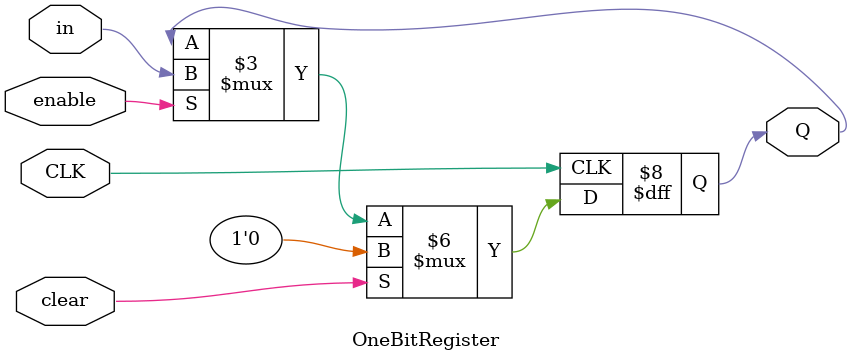
<source format=v>
module OneBitRegister (
 input in,
 input CLK,
 input clear,
 input enable,
 output reg Q
);

wire  out;

//FlipFlop first(.D(in), .CLK(CLK), .Q(out));

always @(posedge CLK) begin

 if (clear == 1)begin
  Q <= 1'b0;
end
 else if (enable)begin
  Q <= in;
end
end

endmodule
</source>
